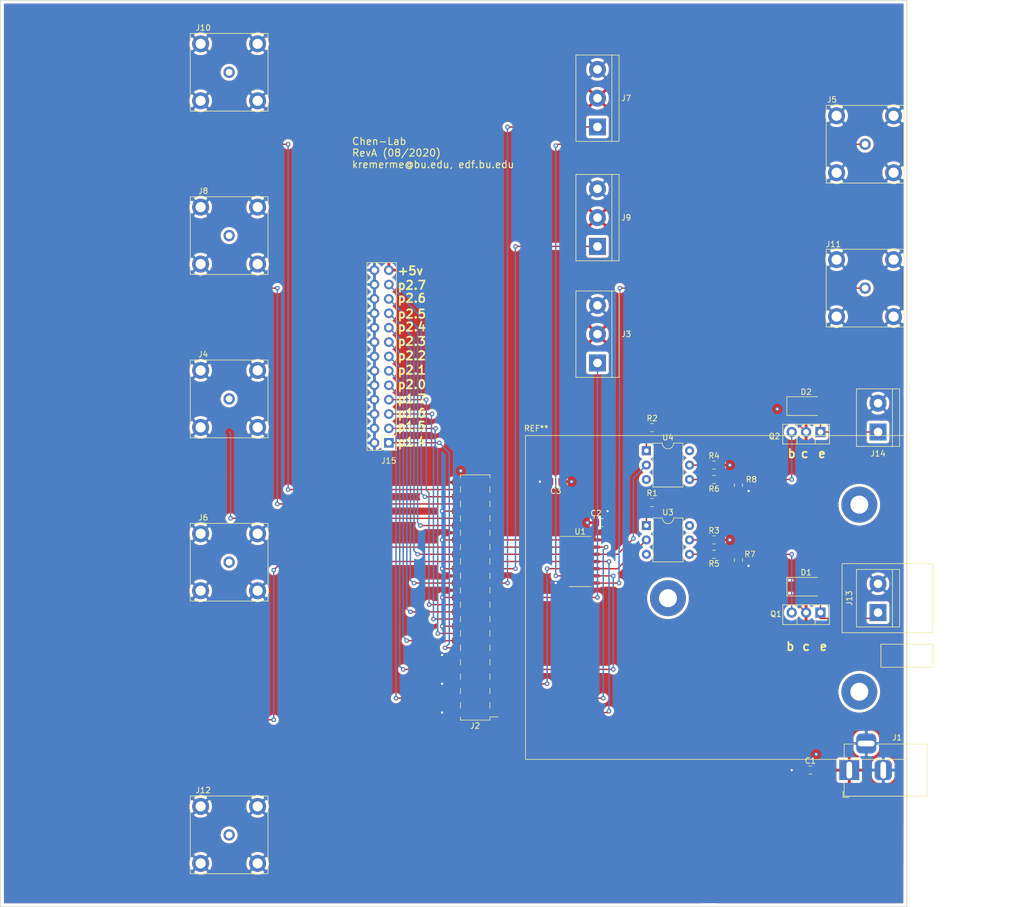
<source format=kicad_pcb>
(kicad_pcb (version 20171130) (host pcbnew 5.1.5+dfsg1-2build2)
  (layers (0 F.Cu signal) (31 B.Cu signal) (34 B.Paste user) (35 F.Paste user) (36 B.SilkS user) (37 F.SilkS user) (38 B.Mask user) (39 F.Mask user) (44 Edge.Cuts user))
  (net 0 "")
  (net 1 +24V)
  (net 2 GND)
  (net 3 /P1.0)
  (net 4 /P1.1)
  (net 5 /P2.0)
  (net 6 /P1.2)
  (net 7 /P1.3)
  (net 8 /P2.1)
  (net 9 /P1.4)
  (net 10 /P1.5)
  (net 11 /P2.2)
  (net 12 /P1.6)
  (net 13 /P1.7)
  (net 14 /P2.3)
  (net 15 /P0.0)
  (net 16 /P0.1)
  (net 17 /P2.4)
  (net 18 /P0.2)
  (net 19 /P0.3)
  (net 20 /P2.5)
  (net 21 /P0.4)
  (net 22 /P0.5)
  (net 23 /P2.6)
  (net 24 /P0.6)
  (net 25 /P0.7)
  (net 26 /P2.7)
  (net 27 +5V)
  (net 28 "Net-(J5-Pad1)")
  (net 29 "Net-(J6-Pad1)")
  (net 30 "Net-(J11-Pad1)")
  (net 31 "Net-(J12-Pad1)")
  (net 32 "Net-(Q1-Pad3)")
  (net 33 "Net-(Q2-Pad3)")
  (net 34 "Net-(R1-Pad1)")
  (net 35 "Net-(R2-Pad1)")
  (net 36 "Net-(R3-Pad1)")
  (net 37 "Net-(R4-Pad1)")
  (net 38 "Net-(R5-Pad2)")
  (net 39 "Net-(R6-Pad2)")
  (net 40 "Net-(U1-Pad10)")
  (net 41 "Net-(U1-Pad12)")
  (net 42 "Net-(U3-Pad3)")
  (net 43 "Net-(U3-Pad6)")
  (net 44 "Net-(U4-Pad6)")
  (net 45 "Net-(U4-Pad3)")
  (net 46 "Net-(D1-Pad2)")
  (net 47 "Net-(D2-Pad2)")
  (module chen-lab:usb-6501-oem (layer F.Cu) (at 203.2 76.835 180)
    (fp_text reference REF** (at 65.405 1.27) (layer F.SilkS))
    (fp_text value usb-6501-oem)
    (pad 1 thru_hole circle (at 8.382 -12.192 180) (size 6.35 6.35) (drill 3.175) (layers *.Cu *.Mask))
    (pad 2 thru_hole circle (at 8.382 -45.212 180) (size 6.35 6.35) (drill 3.175) (layers *.Cu *.Mask))
    (pad 3 thru_hole circle (at 42.164 -28.702 180) (size 6.35 6.35) (drill 3.175) (layers *.Cu *.Mask))
  )
  (module Connector_BarrelJack:BarrelJack_Horizontal (layer F.Cu) (at 193.04 135.89 180)
    (fp_text reference J1 (at -8.45 5.75) (layer F.SilkS))
    (fp_text value Jack-DC)
    (pad 1 thru_hole rect (at 0 0 180) (size 3.5 3.5) (drill oval 1 3) (layers *.Cu *.Mask) (net 1 +24V))
    (pad 2 thru_hole roundrect (at -6 0 180) (size 3 3.5) (drill oval 1 3) (layers *.Cu *.Mask) (net 2 GND))
    (pad 3 thru_hole roundrect (at -3 4.7 180) (size 3.5 3.5) (drill oval 3 1) (layers *.Cu *.Mask) (net 2 GND))
  )
  (module Connector_PinHeader_2.54mm:PinHeader_2x17_P2.54mm_Vertical_SMD (layer F.Cu) (at 127 105.41 180)
    (fp_text reference J2 (at 0 -22.65) (layer F.SilkS))
    (fp_text value Conn_02x17_Ribbon)
    (pad 1 smd rect (at -2.525 -20.32 180) (size 3.15 1) (layers F.Cu F.Paste F.Mask) (net 3 /P1.0))
    (pad 2 smd rect (at 2.525 -20.32 180) (size 3.15 1) (layers F.Cu F.Paste F.Mask) (net 2 GND))
    (pad 3 smd rect (at -2.525 -17.78 180) (size 3.15 1) (layers F.Cu F.Paste F.Mask) (net 4 /P1.1))
    (pad 4 smd rect (at 2.525 -17.78 180) (size 3.15 1) (layers F.Cu F.Paste F.Mask) (net 5 /P2.0))
    (pad 5 smd rect (at -2.525 -15.24 180) (size 3.15 1) (layers F.Cu F.Paste F.Mask) (net 6 /P1.2))
    (pad 6 smd rect (at 2.525 -15.24 180) (size 3.15 1) (layers F.Cu F.Paste F.Mask) (net 2 GND))
    (pad 7 smd rect (at -2.525 -12.7 180) (size 3.15 1) (layers F.Cu F.Paste F.Mask) (net 7 /P1.3))
    (pad 8 smd rect (at 2.525 -12.7 180) (size 3.15 1) (layers F.Cu F.Paste F.Mask) (net 8 /P2.1))
    (pad 9 smd rect (at -2.525 -10.16 180) (size 3.15 1) (layers F.Cu F.Paste F.Mask) (net 9 /P1.4))
    (pad 10 smd rect (at 2.525 -10.16 180) (size 3.15 1) (layers F.Cu F.Paste F.Mask) (net 2 GND))
    (pad 11 smd rect (at -2.525 -7.62 180) (size 3.15 1) (layers F.Cu F.Paste F.Mask) (net 10 /P1.5))
    (pad 12 smd rect (at 2.525 -7.62 180) (size 3.15 1) (layers F.Cu F.Paste F.Mask) (net 11 /P2.2))
    (pad 13 smd rect (at -2.525 -5.08 180) (size 3.15 1) (layers F.Cu F.Paste F.Mask) (net 12 /P1.6))
    (pad 14 smd rect (at 2.525 -5.08 180) (size 3.15 1) (layers F.Cu F.Paste F.Mask) (net 2 GND))
    (pad 15 smd rect (at -2.525 -2.54 180) (size 3.15 1) (layers F.Cu F.Paste F.Mask) (net 13 /P1.7))
    (pad 16 smd rect (at 2.525 -2.54 180) (size 3.15 1) (layers F.Cu F.Paste F.Mask) (net 14 /P2.3))
    (pad 17 smd rect (at -2.525 0 180) (size 3.15 1) (layers F.Cu F.Paste F.Mask) (net 15 /P0.0))
    (pad 18 smd rect (at 2.525 0 180) (size 3.15 1) (layers F.Cu F.Paste F.Mask) (net 2 GND))
    (pad 19 smd rect (at -2.525 2.54 180) (size 3.15 1) (layers F.Cu F.Paste F.Mask) (net 16 /P0.1))
    (pad 20 smd rect (at 2.525 2.54 180) (size 3.15 1) (layers F.Cu F.Paste F.Mask) (net 17 /P2.4))
    (pad 21 smd rect (at -2.525 5.08 180) (size 3.15 1) (layers F.Cu F.Paste F.Mask) (net 18 /P0.2))
    (pad 22 smd rect (at 2.525 5.08 180) (size 3.15 1) (layers F.Cu F.Paste F.Mask) (net 2 GND))
    (pad 23 smd rect (at -2.525 7.62 180) (size 3.15 1) (layers F.Cu F.Paste F.Mask) (net 19 /P0.3))
    (pad 24 smd rect (at 2.525 7.62 180) (size 3.15 1) (layers F.Cu F.Paste F.Mask) (net 20 /P2.5))
    (pad 25 smd rect (at -2.525 10.16 180) (size 3.15 1) (layers F.Cu F.Paste F.Mask) (net 21 /P0.4))
    (pad 26 smd rect (at 2.525 10.16 180) (size 3.15 1) (layers F.Cu F.Paste F.Mask) (net 2 GND))
    (pad 27 smd rect (at -2.525 12.7 180) (size 3.15 1) (layers F.Cu F.Paste F.Mask) (net 22 /P0.5))
    (pad 28 smd rect (at 2.525 12.7 180) (size 3.15 1) (layers F.Cu F.Paste F.Mask) (net 23 /P2.6))
    (pad 29 smd rect (at -2.525 15.24 180) (size 3.15 1) (layers F.Cu F.Paste F.Mask) (net 24 /P0.6))
    (pad 30 smd rect (at 2.525 15.24 180) (size 3.15 1) (layers F.Cu F.Paste F.Mask) (net 2 GND))
    (pad 31 smd rect (at -2.525 17.78 180) (size 3.15 1) (layers F.Cu F.Paste F.Mask) (net 25 /P0.7))
    (pad 32 smd rect (at 2.525 17.78 180) (size 3.15 1) (layers F.Cu F.Paste F.Mask) (net 26 /P2.7))
    (pad 33 smd rect (at -2.525 20.32 180) (size 3.15 1) (layers F.Cu F.Paste F.Mask) (net 27 +5V))
    (pad 34 smd rect (at 2.525 20.32 180) (size 3.15 1) (layers F.Cu F.Paste F.Mask) (net 27 +5V))
  )
  (module Package_TO_SOT_THT:TO-126-3_Vertical (layer F.Cu) (at 187.96 108.077 180)
    (fp_text reference Q1 (at 7.874 -0.254) (layer F.SilkS))
    (fp_text value BD139)
    (pad 1 thru_hole rect (at 0 0 180) (size 1.8 1.8) (drill 1) (layers *.Cu *.Mask) (net 46 "Net-(D1-Pad2)"))
    (pad 2 thru_hole oval (at 2.54 0 180) (size 1.8 1.8) (drill 1) (layers *.Cu *.Mask) (net 1 +24V))
    (pad 3 thru_hole oval (at 5.08 0 180) (size 1.8 1.8) (drill 1) (layers *.Cu *.Mask) (net 32 "Net-(Q1-Pad3)"))
  )
  (module Package_TO_SOT_THT:TO-126-3_Vertical (layer F.Cu) (at 187.96 76.2 180)
    (fp_text reference Q2 (at 8.128 -0.762) (layer F.SilkS))
    (fp_text value BD139)
    (pad 3 thru_hole oval (at 5.08 0 180) (size 1.8 1.8) (drill 1) (layers *.Cu *.Mask) (net 33 "Net-(Q2-Pad3)"))
    (pad 2 thru_hole oval (at 2.54 0 180) (size 1.8 1.8) (drill 1) (layers *.Cu *.Mask) (net 1 +24V))
    (pad 1 thru_hole rect (at 0 0 180) (size 1.8 1.8) (drill 1) (layers *.Cu *.Mask) (net 47 "Net-(D2-Pad2)"))
  )
  (module Resistor_SMD:R_0805_2012Metric_Pad1.15x1.40mm_HandSolder (layer F.Cu) (at 158.242 88.646)
    (fp_text reference R1 (at 0 -1.65) (layer F.SilkS))
    (fp_text value 620)
    (pad 1 smd roundrect (at -1.025 0) (size 1.15 1.4) (layers F.Cu F.Paste F.Mask) (roundrect_rratio 0.217391) (net 34 "Net-(R1-Pad1)"))
    (pad 2 smd roundrect (at 1.025 0) (size 1.15 1.4) (layers F.Cu F.Paste F.Mask) (roundrect_rratio 0.217391) (net 27 +5V))
  )
  (module Resistor_SMD:R_0805_2012Metric_Pad1.15x1.40mm_HandSolder (layer F.Cu) (at 158.242 75.438)
    (fp_text reference R2 (at 0 -1.65) (layer F.SilkS))
    (fp_text value 620)
    (pad 1 smd roundrect (at -1.025 0) (size 1.15 1.4) (layers F.Cu F.Paste F.Mask) (roundrect_rratio 0.217391) (net 35 "Net-(R2-Pad1)"))
    (pad 2 smd roundrect (at 1.025 0) (size 1.15 1.4) (layers F.Cu F.Paste F.Mask) (roundrect_rratio 0.217391) (net 27 +5V))
  )
  (module Resistor_SMD:R_0805_2012Metric_Pad1.15x1.40mm_HandSolder (layer F.Cu) (at 169.173 95.25)
    (fp_text reference R3 (at 0 -1.65) (layer F.SilkS))
    (fp_text value 620)
    (pad 2 smd roundrect (at 1.025 0) (size 1.15 1.4) (layers F.Cu F.Paste F.Mask) (roundrect_rratio 0.217391) (net 1 +24V))
    (pad 1 smd roundrect (at -1.025 0) (size 1.15 1.4) (layers F.Cu F.Paste F.Mask) (roundrect_rratio 0.217391) (net 36 "Net-(R3-Pad1)"))
  )
  (module Resistor_SMD:R_0805_2012Metric_Pad1.15x1.40mm_HandSolder (layer F.Cu) (at 169.173 82.042)
    (fp_text reference R4 (at 0 -1.65) (layer F.SilkS))
    (fp_text value 620)
    (pad 1 smd roundrect (at -1.025 0) (size 1.15 1.4) (layers F.Cu F.Paste F.Mask) (roundrect_rratio 0.217391) (net 37 "Net-(R4-Pad1)"))
    (pad 2 smd roundrect (at 1.025 0) (size 1.15 1.4) (layers F.Cu F.Paste F.Mask) (roundrect_rratio 0.217391) (net 1 +24V))
  )
  (module Resistor_SMD:R_0805_2012Metric_Pad1.15x1.40mm_HandSolder (layer F.Cu) (at 169.173 97.79 180)
    (fp_text reference R5 (at 0 -1.65) (layer F.SilkS))
    (fp_text value 390)
    (pad 2 smd roundrect (at 1.025 0 180) (size 1.15 1.4) (layers F.Cu F.Paste F.Mask) (roundrect_rratio 0.217391) (net 38 "Net-(R5-Pad2)"))
    (pad 1 smd roundrect (at -1.025 0 180) (size 1.15 1.4) (layers F.Cu F.Paste F.Mask) (roundrect_rratio 0.217391) (net 32 "Net-(Q1-Pad3)"))
  )
  (module Resistor_SMD:R_0805_2012Metric_Pad1.15x1.40mm_HandSolder (layer F.Cu) (at 169.173 84.582 180)
    (fp_text reference R6 (at 0 -1.65) (layer F.SilkS))
    (fp_text value 390)
    (pad 2 smd roundrect (at 1.025 0 180) (size 1.15 1.4) (layers F.Cu F.Paste F.Mask) (roundrect_rratio 0.217391) (net 39 "Net-(R6-Pad2)"))
    (pad 1 smd roundrect (at -1.025 0 180) (size 1.15 1.4) (layers F.Cu F.Paste F.Mask) (roundrect_rratio 0.217391) (net 33 "Net-(Q2-Pad3)"))
  )
  (module Resistor_SMD:R_0805_2012Metric_Pad1.15x1.40mm_HandSolder (layer F.Cu) (at 173.482 98.815 270)
    (fp_text reference R7 (at -1.025 -2.032 180) (layer F.SilkS))
    (fp_text value 20k)
    (pad 2 smd roundrect (at 1.025 0 270) (size 1.15 1.4) (layers F.Cu F.Paste F.Mask) (roundrect_rratio 0.217391) (net 2 GND))
    (pad 1 smd roundrect (at -1.025 0 270) (size 1.15 1.4) (layers F.Cu F.Paste F.Mask) (roundrect_rratio 0.217391) (net 32 "Net-(Q1-Pad3)"))
  )
  (module Resistor_SMD:R_0805_2012Metric_Pad1.15x1.40mm_HandSolder (layer F.Cu) (at 173.482 85.607 90)
    (fp_text reference R8 (at 1.025 2.286 180) (layer F.SilkS))
    (fp_text value 20k)
    (pad 1 smd roundrect (at -1.025 0 90) (size 1.15 1.4) (layers F.Cu F.Paste F.Mask) (roundrect_rratio 0.217391) (net 2 GND))
    (pad 2 smd roundrect (at 1.025 0 90) (size 1.15 1.4) (layers F.Cu F.Paste F.Mask) (roundrect_rratio 0.217391) (net 33 "Net-(Q2-Pad3)"))
  )
  (module Package_SO:SOIC-14_3.9x8.7mm_P1.27mm (layer F.Cu) (at 145.542 99.06)
    (fp_text reference U1 (at 0 -5.28) (layer F.SilkS))
    (fp_text value 74LS06)
    (pad 1 smd roundrect (at -2.475 -3.81) (size 1.95 0.6) (layers F.Cu F.Paste F.Mask) (net 21 /P0.4))
    (pad 2 smd roundrect (at -2.475 -2.54) (size 1.95 0.6) (layers F.Cu F.Paste F.Mask) (net 29 "Net-(J6-Pad1)"))
    (pad 3 smd roundrect (at -2.475 -1.27) (size 1.95 0.6) (layers F.Cu F.Paste F.Mask) (net 19 /P0.3))
    (pad 4 smd roundrect (at -2.475 0) (size 1.95 0.6) (layers F.Cu F.Paste F.Mask) (net 31 "Net-(J12-Pad1)"))
    (pad 5 smd roundrect (at -2.475 1.27) (size 1.95 0.6) (layers F.Cu F.Paste F.Mask) (net 6 /P1.2))
    (pad 6 smd roundrect (at -2.475 2.54) (size 1.95 0.6) (layers F.Cu F.Paste F.Mask) (net 28 "Net-(J5-Pad1)"))
    (pad 7 smd roundrect (at -2.475 3.81) (size 1.95 0.6) (layers F.Cu F.Paste F.Mask) (net 2 GND))
    (pad 8 smd roundrect (at 2.475 3.81) (size 1.95 0.6) (layers F.Cu F.Paste F.Mask) (net 30 "Net-(J11-Pad1)"))
    (pad 9 smd roundrect (at 2.475 2.54) (size 1.95 0.6) (layers F.Cu F.Paste F.Mask) (net 7 /P1.3))
    (pad 10 smd roundrect (at 2.475 1.27) (size 1.95 0.6) (layers F.Cu F.Paste F.Mask) (net 40 "Net-(U1-Pad10)"))
    (pad 11 smd roundrect (at 2.475 0) (size 1.95 0.6) (layers F.Cu F.Paste F.Mask) (net 3 /P1.0))
    (pad 12 smd roundrect (at 2.475 -1.27) (size 1.95 0.6) (layers F.Cu F.Paste F.Mask) (net 41 "Net-(U1-Pad12)"))
    (pad 13 smd roundrect (at 2.475 -2.54) (size 1.95 0.6) (layers F.Cu F.Paste F.Mask) (net 4 /P1.1))
    (pad 14 smd roundrect (at 2.475 -3.81) (size 1.95 0.6) (layers F.Cu F.Paste F.Mask) (net 27 +5V))
  )
  (module Package_DIP:DIP-6_W7.62mm (layer F.Cu) (at 157.226 92.71)
    (fp_text reference U3 (at 3.81 -2.33) (layer F.SilkS))
    (fp_text value ERJ-UP8F6200V)
    (pad 6 thru_hole oval (at 7.62 0) (size 1.6 1.6) (drill 0.8) (layers *.Cu *.Mask) (net 43 "Net-(U3-Pad6)"))
    (pad 3 thru_hole oval (at 0 5.08) (size 1.6 1.6) (drill 0.8) (layers *.Cu *.Mask) (net 42 "Net-(U3-Pad3)"))
    (pad 5 thru_hole oval (at 7.62 2.54) (size 1.6 1.6) (drill 0.8) (layers *.Cu *.Mask) (net 36 "Net-(R3-Pad1)"))
    (pad 2 thru_hole oval (at 0 2.54) (size 1.6 1.6) (drill 0.8) (layers *.Cu *.Mask) (net 40 "Net-(U1-Pad10)"))
    (pad 4 thru_hole oval (at 7.62 5.08) (size 1.6 1.6) (drill 0.8) (layers *.Cu *.Mask) (net 38 "Net-(R5-Pad2)"))
    (pad 1 thru_hole rect (at 0 0) (size 1.6 1.6) (drill 0.8) (layers *.Cu *.Mask) (net 34 "Net-(R1-Pad1)"))
  )
  (module Package_DIP:DIP-6_W7.62mm (layer F.Cu) (at 157.226 79.502)
    (fp_text reference U4 (at 3.81 -2.33) (layer F.SilkS))
    (fp_text value ERJ-UP8F6200V)
    (pad 6 thru_hole oval (at 7.62 0) (size 1.6 1.6) (drill 0.8) (layers *.Cu *.Mask) (net 44 "Net-(U4-Pad6)"))
    (pad 3 thru_hole oval (at 0 5.08) (size 1.6 1.6) (drill 0.8) (layers *.Cu *.Mask) (net 45 "Net-(U4-Pad3)"))
    (pad 5 thru_hole oval (at 7.62 2.54) (size 1.6 1.6) (drill 0.8) (layers *.Cu *.Mask) (net 37 "Net-(R4-Pad1)"))
    (pad 2 thru_hole oval (at 0 2.54) (size 1.6 1.6) (drill 0.8) (layers *.Cu *.Mask) (net 41 "Net-(U1-Pad12)"))
    (pad 4 thru_hole oval (at 7.62 5.08) (size 1.6 1.6) (drill 0.8) (layers *.Cu *.Mask) (net 39 "Net-(R6-Pad2)"))
    (pad 1 thru_hole rect (at 0 0) (size 1.6 1.6) (drill 0.8) (layers *.Cu *.Mask) (net 35 "Net-(R2-Pad1)"))
  )
  (module Diode_SMD:D_SMA (layer F.Cu) (at 185.42 103.505)
    (fp_text reference D1 (at 0 -2.5) (layer F.SilkS))
    (fp_text value D_Small)
    (pad 2 smd rect (at 2 0) (size 2.5 1.8) (layers F.Cu F.Paste F.Mask) (net 46 "Net-(D1-Pad2)"))
    (pad 1 smd rect (at -2 0) (size 2.5 1.8) (layers F.Cu F.Paste F.Mask) (net 1 +24V))
  )
  (module Diode_SMD:D_SMA (layer F.Cu) (at 185.42 71.628)
    (fp_text reference D2 (at 0 -2.5) (layer F.SilkS))
    (fp_text value D_Small)
    (pad 1 smd rect (at -2 0) (size 2.5 1.8) (layers F.Cu F.Paste F.Mask) (net 1 +24V))
    (pad 2 smd rect (at 2 0) (size 2.5 1.8) (layers F.Cu F.Paste F.Mask) (net 47 "Net-(D2-Pad2)"))
  )
  (module Capacitor_SMD:C_0805_2012Metric_Pad1.15x1.40mm_HandSolder (layer F.Cu) (at 186.173 135.89)
    (fp_text reference C1 (at 0 -1.65) (layer F.SilkS))
    (fp_text value 1uF)
    (pad 2 smd roundrect (at 1.025 0) (size 1.15 1.4) (layers F.Cu F.Paste F.Mask) (roundrect_rratio 0.217391) (net 1 +24V))
    (pad 1 smd roundrect (at -1.025 0) (size 1.15 1.4) (layers F.Cu F.Paste F.Mask) (roundrect_rratio 0.217391) (net 2 GND))
  )
  (module Capacitor_SMD:C_0805_2012Metric_Pad1.15x1.40mm_HandSolder (layer F.Cu) (at 149.352 92.202)
    (fp_text reference C2 (at -1.016 -1.65) (layer F.SilkS))
    (fp_text value 0.1uF)
    (pad 1 smd roundrect (at -1.025 0) (size 1.15 1.4) (layers F.Cu F.Paste F.Mask) (roundrect_rratio 0.217391) (net 27 +5V))
    (pad 2 smd roundrect (at 1.025 0) (size 1.15 1.4) (layers F.Cu F.Paste F.Mask) (roundrect_rratio 0.217391) (net 2 GND))
  )
  (module Capacitor_SMD:C_0805_2012Metric_Pad1.15x1.40mm_HandSolder (layer F.Cu) (at 141.233 84.963 180)
    (fp_text reference C3 (at 0 -1.65) (layer F.SilkS))
    (fp_text value 1uF)
    (pad 1 smd roundrect (at -1.025 0 180) (size 1.15 1.4) (layers F.Cu F.Paste F.Mask) (roundrect_rratio 0.217391) (net 27 +5V))
    (pad 2 smd roundrect (at 1.025 0 180) (size 1.15 1.4) (layers F.Cu F.Paste F.Mask) (roundrect_rratio 0.217391) (net 2 GND))
  )
  (module TerminalBlock:TerminalBlock_bornier-3_P5.08mm (layer F.Cu) (at 148.59 64.008 90)
    (fp_text reference J3 (at 5.08 5.08 180) (layer F.SilkS))
    (fp_text value TB002-500-03BE)
    (pad 1 thru_hole rect (at 0 0 90) (size 3 3) (drill 1.52) (layers *.Cu *.Mask) (net 15 /P0.0))
    (pad 2 thru_hole circle (at 5.08 0 90) (size 3 3) (drill 1.52) (layers *.Cu *.Mask) (net 27 +5V))
    (pad 3 thru_hole circle (at 10.16 0 90) (size 3 3) (drill 1.52) (layers *.Cu *.Mask) (net 2 GND))
  )
  (module chen-lab:BNC-Chen (layer F.Cu) (at 83.566 70.358)
    (fp_text reference J4 (at -4.572 -7.874) (layer F.SilkS))
    (fp_text value 73131-0240)
    (pad 2 thru_hole circle (at -5.03 -5.03) (size 3 3) (drill 1.8) (layers *.Cu *.Mask) (net 2 GND))
    (pad 2 thru_hole circle (at -5.03 5.03) (size 3 3) (drill 1.8) (layers *.Cu *.Mask) (net 2 GND))
    (pad 2 thru_hole circle (at 5.03 -5.03) (size 3 3) (drill 1.8) (layers *.Cu *.Mask) (net 2 GND))
    (pad 2 thru_hole circle (at 5.03 5.03) (size 3 3) (drill 1.8) (layers *.Cu *.Mask) (net 2 GND))
    (pad 1 thru_hole circle (at 0 0) (size 2 2) (drill 1.2) (layers *.Cu *.Mask) (net 22 /P0.5))
  )
  (module chen-lab:BNC-Chen (layer F.Cu) (at 195.834 25.4 180)
    (fp_text reference J5 (at 5.842 7.874) (layer F.SilkS))
    (fp_text value 73131-0240)
    (pad 2 thru_hole circle (at -5.03 -5.03 180) (size 3 3) (drill 1.8) (layers *.Cu *.Mask) (net 2 GND))
    (pad 2 thru_hole circle (at -5.03 5.03 180) (size 3 3) (drill 1.8) (layers *.Cu *.Mask) (net 2 GND))
    (pad 2 thru_hole circle (at 5.03 -5.03 180) (size 3 3) (drill 1.8) (layers *.Cu *.Mask) (net 2 GND))
    (pad 2 thru_hole circle (at 5.03 5.03 180) (size 3 3) (drill 1.8) (layers *.Cu *.Mask) (net 2 GND))
    (pad 1 thru_hole circle (at 0 0 180) (size 2 2) (drill 1.2) (layers *.Cu *.Mask) (net 28 "Net-(J5-Pad1)"))
  )
  (module chen-lab:BNC-Chen (layer F.Cu) (at 83.566 99.187)
    (fp_text reference J6 (at -4.572 -7.874) (layer F.SilkS))
    (fp_text value 73131-0240)
    (pad 2 thru_hole circle (at -5.03 -5.03) (size 3 3) (drill 1.8) (layers *.Cu *.Mask) (net 2 GND))
    (pad 2 thru_hole circle (at -5.03 5.03) (size 3 3) (drill 1.8) (layers *.Cu *.Mask) (net 2 GND))
    (pad 2 thru_hole circle (at 5.03 -5.03) (size 3 3) (drill 1.8) (layers *.Cu *.Mask) (net 2 GND))
    (pad 2 thru_hole circle (at 5.03 5.03) (size 3 3) (drill 1.8) (layers *.Cu *.Mask) (net 2 GND))
    (pad 1 thru_hole circle (at 0 0) (size 2 2) (drill 1.2) (layers *.Cu *.Mask) (net 29 "Net-(J6-Pad1)"))
  )
  (module TerminalBlock:TerminalBlock_bornier-3_P5.08mm (layer F.Cu) (at 148.59 22.352 90)
    (fp_text reference J7 (at 5.08 5.08 180) (layer F.SilkS))
    (fp_text value TB002-500-03BE)
    (pad 3 thru_hole circle (at 10.16 0 90) (size 3 3) (drill 1.52) (layers *.Cu *.Mask) (net 2 GND))
    (pad 2 thru_hole circle (at 5.08 0 90) (size 3 3) (drill 1.52) (layers *.Cu *.Mask) (net 27 +5V))
    (pad 1 thru_hole rect (at 0 0 90) (size 3 3) (drill 1.52) (layers *.Cu *.Mask) (net 16 /P0.1))
  )
  (module chen-lab:BNC-Chen (layer F.Cu) (at 83.566 41.529)
    (fp_text reference J8 (at -4.572 -7.874) (layer F.SilkS))
    (fp_text value 73131-0240)
    (pad 1 thru_hole circle (at 0 0) (size 2 2) (drill 1.2) (layers *.Cu *.Mask) (net 24 /P0.6))
    (pad 2 thru_hole circle (at 5.03 5.03) (size 3 3) (drill 1.8) (layers *.Cu *.Mask) (net 2 GND))
    (pad 2 thru_hole circle (at 5.03 -5.03) (size 3 3) (drill 1.8) (layers *.Cu *.Mask) (net 2 GND))
    (pad 2 thru_hole circle (at -5.03 5.03) (size 3 3) (drill 1.8) (layers *.Cu *.Mask) (net 2 GND))
    (pad 2 thru_hole circle (at -5.03 -5.03) (size 3 3) (drill 1.8) (layers *.Cu *.Mask) (net 2 GND))
  )
  (module TerminalBlock:TerminalBlock_bornier-3_P5.08mm (layer F.Cu) (at 148.59 43.434 90)
    (fp_text reference J9 (at 5.08 5.08 180) (layer F.SilkS))
    (fp_text value TB002-500-03BE)
    (pad 1 thru_hole rect (at 0 0 90) (size 3 3) (drill 1.52) (layers *.Cu *.Mask) (net 18 /P0.2))
    (pad 2 thru_hole circle (at 5.08 0 90) (size 3 3) (drill 1.52) (layers *.Cu *.Mask) (net 27 +5V))
    (pad 3 thru_hole circle (at 10.16 0 90) (size 3 3) (drill 1.52) (layers *.Cu *.Mask) (net 2 GND))
  )
  (module chen-lab:BNC-Chen (layer F.Cu) (at 83.566 12.7)
    (fp_text reference J10 (at -4.572 -7.874) (layer F.SilkS))
    (fp_text value 73131-0240)
    (pad 1 thru_hole circle (at 0 0) (size 2 2) (drill 1.2) (layers *.Cu *.Mask) (net 25 /P0.7))
    (pad 2 thru_hole circle (at 5.03 5.03) (size 3 3) (drill 1.8) (layers *.Cu *.Mask) (net 2 GND))
    (pad 2 thru_hole circle (at 5.03 -5.03) (size 3 3) (drill 1.8) (layers *.Cu *.Mask) (net 2 GND))
    (pad 2 thru_hole circle (at -5.03 5.03) (size 3 3) (drill 1.8) (layers *.Cu *.Mask) (net 2 GND))
    (pad 2 thru_hole circle (at -5.03 -5.03) (size 3 3) (drill 1.8) (layers *.Cu *.Mask) (net 2 GND))
  )
  (module chen-lab:BNC-Chen (layer F.Cu) (at 195.834 50.8 180)
    (fp_text reference J11 (at 5.588 7.747) (layer F.SilkS))
    (fp_text value 73131-0240)
    (pad 1 thru_hole circle (at 0 0 180) (size 2 2) (drill 1.2) (layers *.Cu *.Mask) (net 30 "Net-(J11-Pad1)"))
    (pad 2 thru_hole circle (at 5.03 5.03 180) (size 3 3) (drill 1.8) (layers *.Cu *.Mask) (net 2 GND))
    (pad 2 thru_hole circle (at 5.03 -5.03 180) (size 3 3) (drill 1.8) (layers *.Cu *.Mask) (net 2 GND))
    (pad 2 thru_hole circle (at -5.03 5.03 180) (size 3 3) (drill 1.8) (layers *.Cu *.Mask) (net 2 GND))
    (pad 2 thru_hole circle (at -5.03 -5.03 180) (size 3 3) (drill 1.8) (layers *.Cu *.Mask) (net 2 GND))
  )
  (module chen-lab:BNC-Chen (layer F.Cu) (at 83.566 147.32)
    (fp_text reference J12 (at -4.572 -7.874) (layer F.SilkS))
    (fp_text value 73131-0240)
    (pad 1 thru_hole circle (at 0 0) (size 2 2) (drill 1.2) (layers *.Cu *.Mask) (net 31 "Net-(J12-Pad1)"))
    (pad 2 thru_hole circle (at 5.03 5.03) (size 3 3) (drill 1.8) (layers *.Cu *.Mask) (net 2 GND))
    (pad 2 thru_hole circle (at 5.03 -5.03) (size 3 3) (drill 1.8) (layers *.Cu *.Mask) (net 2 GND))
    (pad 2 thru_hole circle (at -5.03 5.03) (size 3 3) (drill 1.8) (layers *.Cu *.Mask) (net 2 GND))
    (pad 2 thru_hole circle (at -5.03 -5.03) (size 3 3) (drill 1.8) (layers *.Cu *.Mask) (net 2 GND))
  )
  (module TerminalBlock:TerminalBlock_bornier-2_P5.08mm (layer F.Cu) (at 198.12 108.077 90)
    (fp_text reference J13 (at 2.54 -5.08 90) (layer F.SilkS))
    (fp_text value Conn_01x02)
    (pad 2 thru_hole circle (at 5.08 0 90) (size 3 3) (drill 1.52) (layers *.Cu *.Mask) (net 2 GND))
    (pad 1 thru_hole rect (at 0 0 90) (size 3 3) (drill 1.52) (layers *.Cu *.Mask) (net 46 "Net-(D1-Pad2)"))
  )
  (module TerminalBlock:TerminalBlock_bornier-2_P5.08mm (layer F.Cu) (at 198.12 76.2 90)
    (fp_text reference J14 (at -3.81 0 180) (layer F.SilkS))
    (fp_text value Conn_01x02)
    (pad 1 thru_hole rect (at 0 0 90) (size 3 3) (drill 1.52) (layers *.Cu *.Mask) (net 47 "Net-(D2-Pad2)"))
    (pad 2 thru_hole circle (at 5.08 0 90) (size 3 3) (drill 1.52) (layers *.Cu *.Mask) (net 2 GND))
  )
  (module Connector_PinHeader_2.54mm:PinHeader_2x13_P2.54mm_Vertical (layer F.Cu) (at 111.76 78.105 180)
    (fp_text reference J15 (at 0 -3.175) (layer F.SilkS))
    (fp_text value Conn_02x13_test_points)
    (pad 1 thru_hole rect (at 0 0 180) (size 1.7 1.7) (drill 1) (layers *.Cu *.Mask) (net 9 /P1.4))
    (pad 2 thru_hole oval (at 2.54 0 180) (size 1.7 1.7) (drill 1) (layers *.Cu *.Mask) (net 2 GND))
    (pad 3 thru_hole oval (at 0 2.54 180) (size 1.7 1.7) (drill 1) (layers *.Cu *.Mask) (net 10 /P1.5))
    (pad 4 thru_hole oval (at 2.54 2.54 180) (size 1.7 1.7) (drill 1) (layers *.Cu *.Mask) (net 2 GND))
    (pad 5 thru_hole oval (at 0 5.08 180) (size 1.7 1.7) (drill 1) (layers *.Cu *.Mask) (net 12 /P1.6))
    (pad 6 thru_hole oval (at 2.54 5.08 180) (size 1.7 1.7) (drill 1) (layers *.Cu *.Mask) (net 2 GND))
    (pad 7 thru_hole oval (at 0 7.62 180) (size 1.7 1.7) (drill 1) (layers *.Cu *.Mask) (net 13 /P1.7))
    (pad 8 thru_hole oval (at 2.54 7.62 180) (size 1.7 1.7) (drill 1) (layers *.Cu *.Mask) (net 2 GND))
    (pad 9 thru_hole oval (at 0 10.16 180) (size 1.7 1.7) (drill 1) (layers *.Cu *.Mask) (net 5 /P2.0))
    (pad 10 thru_hole oval (at 2.54 10.16 180) (size 1.7 1.7) (drill 1) (layers *.Cu *.Mask) (net 2 GND))
    (pad 11 thru_hole oval (at 0 12.7 180) (size 1.7 1.7) (drill 1) (layers *.Cu *.Mask) (net 8 /P2.1))
    (pad 12 thru_hole oval (at 2.54 12.7 180) (size 1.7 1.7) (drill 1) (layers *.Cu *.Mask) (net 2 GND))
    (pad 13 thru_hole oval (at 0 15.24 180) (size 1.7 1.7) (drill 1) (layers *.Cu *.Mask) (net 11 /P2.2))
    (pad 14 thru_hole oval (at 2.54 15.24 180) (size 1.7 1.7) (drill 1) (layers *.Cu *.Mask) (net 2 GND))
    (pad 15 thru_hole oval (at 0 17.78 180) (size 1.7 1.7) (drill 1) (layers *.Cu *.Mask) (net 14 /P2.3))
    (pad 16 thru_hole oval (at 2.54 17.78 180) (size 1.7 1.7) (drill 1) (layers *.Cu *.Mask) (net 2 GND))
    (pad 17 thru_hole oval (at 0 20.32 180) (size 1.7 1.7) (drill 1) (layers *.Cu *.Mask) (net 17 /P2.4))
    (pad 18 thru_hole oval (at 2.54 20.32 180) (size 1.7 1.7) (drill 1) (layers *.Cu *.Mask) (net 2 GND))
    (pad 19 thru_hole oval (at 0 22.86 180) (size 1.7 1.7) (drill 1) (layers *.Cu *.Mask) (net 20 /P2.5))
    (pad 20 thru_hole oval (at 2.54 22.86 180) (size 1.7 1.7) (drill 1) (layers *.Cu *.Mask) (net 2 GND))
    (pad 21 thru_hole oval (at 0 25.4 180) (size 1.7 1.7) (drill 1) (layers *.Cu *.Mask) (net 23 /P2.6))
    (pad 22 thru_hole oval (at 2.54 25.4 180) (size 1.7 1.7) (drill 1) (layers *.Cu *.Mask) (net 2 GND))
    (pad 23 thru_hole oval (at 0 27.94 180) (size 1.7 1.7) (drill 1) (layers *.Cu *.Mask) (net 26 /P2.7))
    (pad 24 thru_hole oval (at 2.54 27.94 180) (size 1.7 1.7) (drill 1) (layers *.Cu *.Mask) (net 2 GND))
    (pad 25 thru_hole oval (at 0 30.48 180) (size 1.7 1.7) (drill 1) (layers *.Cu *.Mask) (net 27 +5V))
    (pad 26 thru_hole oval (at 2.54 30.48 180) (size 1.7 1.7) (drill 1) (layers *.Cu *.Mask) (net 2 GND))
  )
  (gr_text p1.7 (at 115.824 70.358) (layer F.SilkS) (effects (font (size 1.5 1.5) (thickness 0.3))))
  (gr_text p1.6 (at 115.824 72.898) (layer F.SilkS) (effects (font (size 1.5 1.5) (thickness 0.3))))
  (gr_text p1.5 (at 115.824 75.184) (layer F.SilkS) (effects (font (size 1.5 1.5) (thickness 0.3))))
  (gr_text p1.4 (at 115.824 77.978) (layer F.SilkS) (effects (font (size 1.5 1.5) (thickness 0.3))))
  (gr_text p2.0 (at 115.824 67.818) (layer F.SilkS) (effects (font (size 1.5 1.5) (thickness 0.3))))
  (gr_text p2.1 (at 115.824 65.278) (layer F.SilkS) (effects (font (size 1.5 1.5) (thickness 0.3))))
  (gr_text p2.2 (at 115.824 62.738) (layer F.SilkS) (effects (font (size 1.5 1.5) (thickness 0.3))))
  (gr_text p2.3 (at 115.824 60.198) (layer F.SilkS) (effects (font (size 1.5 1.5) (thickness 0.3))))
  (gr_text p2.4 (at 115.824 57.658) (layer F.SilkS) (effects (font (size 1.5 1.5) (thickness 0.3))))
  (gr_text p2.5 (at 115.824 55.372) (layer F.SilkS) (effects (font (size 1.5 1.5) (thickness 0.3))))
  (gr_text p2.6 (at 115.824 52.578) (layer F.SilkS) (effects (font (size 1.5 1.5) (thickness 0.3))))
  (gr_text p2.7 (at 115.824 50.292) (layer F.SilkS) (effects (font (size 1.5 1.5) (thickness 0.3))))
  (gr_text +5v (at 115.57 47.752) (layer F.SilkS) (effects (font (size 1.5 1.5) (thickness 0.3))))
  (gr_text c (at 185.166 80.01) (layer F.SilkS) (effects (font (size 1.5 1.5) (thickness 0.3))))
  (gr_text b (at 182.88 80.01) (layer F.SilkS) (effects (font (size 1.5 1.5) (thickness 0.3))))
  (gr_text e (at 188.214 80.01) (layer F.SilkS) (effects (font (size 1.5 1.5) (thickness 0.3))))
  (gr_text b (at 182.626 114.046) (layer F.SilkS) (effects (font (size 1.5 1.5) (thickness 0.3))))
  (gr_text c (at 185.42 114.046) (layer F.SilkS) (effects (font (size 1.5 1.5) (thickness 0.3))))
  (gr_text e (at 188.468 114.046) (layer F.SilkS) (effects (font (size 1.5 1.5) (thickness 0.3))))
  (gr_text "Chen-Lab\nRevA (08/2020)\nkremerme@bu.edu, edf.bu.edu" (at 105.156 26.924) (layer F.SilkS) (effects (font (size 1.27 1.27) (thickness 0.1778)) (justify left)))
  (gr_line (start 43.18 0) (end 43.18 160.02) (layer Edge.Cuts) (width 0.127))
  (gr_line (start 203.2 0) (end 203.2 160.02) (layer Edge.Cuts) (width 0.127))
  (gr_line (start 43.18 0) (end 203.2 0) (layer Edge.Cuts) (width 0.127))
  (gr_line (start 43.18 160.02) (end 203.2 160.02) (layer Edge.Cuts) (width 0.127))
  (segment (start 183.42 74.2) (end 183.42 71.628) (width 0.25) (layer F.Cu) (net 1))
  (segment (start 185.42 76.2) (end 183.42 74.2) (width 0.25) (layer F.Cu) (net 1))
  (via (at 171.958 95.25) (size 0.8) (drill 0.4) (layers F.Cu B.Cu) (net 1))
  (segment (start 170.198 95.25) (end 171.958 95.25) (width 0.25) (layer F.Cu) (net 1))
  (via (at 171.958 82.042) (size 0.8) (drill 0.4) (layers F.Cu B.Cu) (net 1))
  (segment (start 170.198 82.042) (end 171.958 82.042) (width 0.25) (layer F.Cu) (net 1))
  (segment (start 191.04 135.89) (end 187.198 135.89) (width 0.25) (layer F.Cu) (net 1))
  (segment (start 193.04 135.89) (end 191.04 135.89) (width 0.25) (layer F.Cu) (net 1))
  (via (at 187.198 133.096) (size 0.8) (drill 0.4) (layers F.Cu B.Cu) (net 1))
  (segment (start 187.198 135.89) (end 187.198 133.096) (width 0.25) (layer F.Cu) (net 1))
  (via (at 180.34 72.136) (size 0.8) (drill 0.4) (layers F.Cu B.Cu) (net 1))
  (segment (start 180.848 71.628) (end 180.34 72.136) (width 0.25) (layer F.Cu) (net 1))
  (segment (start 183.42 71.628) (end 180.848 71.628) (width 0.25) (layer F.Cu) (net 1))
  (segment (start 183.42 106.077) (end 185.42 108.077) (width 0.25) (layer F.Cu) (net 1))
  (segment (start 183.42 103.505) (end 183.42 106.077) (width 0.25) (layer F.Cu) (net 1))
  (via (at 121.158 95.25) (size 0.8) (drill 0.4) (layers F.Cu B.Cu) (net 2))
  (segment (start 124.475 95.25) (end 121.158 95.25) (width 0.25) (layer F.Cu) (net 2))
  (via (at 121.158 100.33) (size 0.8) (drill 0.4) (layers F.Cu B.Cu) (net 2))
  (segment (start 124.475 100.33) (end 121.158 100.33) (width 0.25) (layer F.Cu) (net 2))
  (via (at 121.158 105.41) (size 0.8) (drill 0.4) (layers F.Cu B.Cu) (net 2))
  (segment (start 124.475 105.41) (end 121.158 105.41) (width 0.25) (layer F.Cu) (net 2))
  (via (at 121.158 110.49) (size 0.8) (drill 0.4) (layers F.Cu B.Cu) (net 2))
  (segment (start 124.475 110.49) (end 121.158 110.49) (width 0.25) (layer F.Cu) (net 2))
  (via (at 121.158 115.57) (size 0.8) (drill 0.4) (layers F.Cu B.Cu) (net 2))
  (segment (start 124.475 115.57) (end 121.158 115.57) (width 0.25) (layer F.Cu) (net 2))
  (via (at 121.158 120.65) (size 0.8) (drill 0.4) (layers F.Cu B.Cu) (net 2))
  (segment (start 124.475 120.65) (end 121.158 120.65) (width 0.25) (layer F.Cu) (net 2))
  (via (at 121.158 125.73) (size 0.8) (drill 0.4) (layers F.Cu B.Cu) (net 2))
  (segment (start 124.475 125.73) (end 121.158 125.73) (width 0.25) (layer F.Cu) (net 2))
  (via (at 141.224 102.87) (size 0.8) (drill 0.4) (layers F.Cu B.Cu) (net 2))
  (segment (start 143.067 102.87) (end 141.224 102.87) (width 0.25) (layer F.Cu) (net 2))
  (via (at 150.368 90.17) (size 0.8) (drill 0.4) (layers F.Cu B.Cu) (net 2))
  (segment (start 150.377 90.179) (end 150.368 90.17) (width 0.25) (layer F.Cu) (net 2))
  (segment (start 150.377 92.202) (end 150.377 90.179) (width 0.25) (layer F.Cu) (net 2))
  (via (at 138.43 84.963) (size 0.8) (drill 0.4) (layers F.Cu B.Cu) (net 2))
  (segment (start 140.208 84.963) (end 138.43 84.963) (width 0.25) (layer F.Cu) (net 2))
  (segment (start 175.242 86.632) (end 175.26 86.614) (width 0.25) (layer F.Cu) (net 2))
  (via (at 175.26 86.614) (size 0.8) (drill 0.4) (layers F.Cu B.Cu) (net 2))
  (segment (start 173.482 86.632) (end 175.242 86.632) (width 0.25) (layer F.Cu) (net 2))
  (via (at 175.26 99.822) (size 0.8) (drill 0.4) (layers F.Cu B.Cu) (net 2))
  (segment (start 175.242 99.84) (end 175.26 99.822) (width 0.25) (layer F.Cu) (net 2))
  (segment (start 173.482 99.84) (end 175.242 99.84) (width 0.25) (layer F.Cu) (net 2))
  (via (at 182.88 135.89) (size 0.8) (drill 0.4) (layers F.Cu B.Cu) (net 2))
  (segment (start 185.148 135.89) (end 182.88 135.89) (width 0.25) (layer F.Cu) (net 2))
  (via (at 121.158 90.17) (size 0.8) (drill 0.4) (layers F.Cu B.Cu) (net 2))
  (segment (start 124.475 90.17) (end 121.158 90.17) (width 0.25) (layer F.Cu) (net 2))
  (via (at 150.622 125.476) (size 0.8) (drill 0.4) (layers F.Cu B.Cu) (net 3))
  (via (at 150.622 99.06) (size 0.8) (drill 0.4) (layers F.Cu B.Cu) (net 3))
  (segment (start 150.622 125.476) (end 150.622 99.06) (width 0.25) (layer B.Cu) (net 3))
  (segment (start 150.622 99.06) (end 148.017 99.06) (width 0.25) (layer F.Cu) (net 3))
  (segment (start 150.368 125.73) (end 150.622 125.476) (width 0.25) (layer F.Cu) (net 3))
  (segment (start 129.525 125.73) (end 150.368 125.73) (width 0.25) (layer F.Cu) (net 3))
  (via (at 150.114 96.52) (size 0.8) (drill 0.4) (layers F.Cu B.Cu) (net 4))
  (segment (start 149.606 97.028) (end 150.114 96.52) (width 0.25) (layer B.Cu) (net 4))
  (segment (start 150.114 96.52) (end 148.017 96.52) (width 0.25) (layer F.Cu) (net 4))
  (segment (start 129.54 123.19) (end 146.05 123.19) (width 0.25) (layer F.Cu) (net 4))
  (segment (start 146.05 123.19) (end 149.606 123.19) (width 0.25) (layer F.Cu) (net 4))
  (via (at 149.606 123.19) (size 0.8) (drill 0.4) (layers F.Cu B.Cu) (net 4))
  (segment (start 149.606 123.19) (end 149.606 97.028) (width 0.25) (layer B.Cu) (net 4))
  (segment (start 113.015 123.19) (end 124.46 123.19) (width 0.25) (layer F.Cu) (net 5))
  (segment (start 113.03 69.215) (end 111.76 67.945) (width 0.25) (layer B.Cu) (net 5))
  (segment (start 113.015 123.19) (end 113.03 69.215) (width 0.25) (layer B.Cu) (net 5))
  (via (at 113.015 123.19) (size 0.8) (drill 0.4) (layers F.Cu B.Cu) (net 5))
  (segment (start 132.842 120.65) (end 129.525 120.65) (width 0.25) (layer F.Cu) (net 6))
  (via (at 139.7 120.65) (size 0.8) (drill 0.4) (layers F.Cu B.Cu) (net 6))
  (segment (start 139.7 120.65) (end 129.525 120.65) (width 0.25) (layer F.Cu) (net 6))
  (segment (start 139.7 100.33) (end 143.067 100.33) (width 0.25) (layer F.Cu) (net 6))
  (segment (start 139.7 100.33) (end 139.7 120.65) (width 0.25) (layer B.Cu) (net 6))
  (via (at 139.7 100.33) (size 0.8) (drill 0.4) (layers F.Cu B.Cu) (net 6))
  (segment (start 129.525 118.11) (end 129.525 118.095) (width 0.25) (layer F.Cu) (net 7))
  (via (at 151.384 101.6) (size 0.8) (drill 0.4) (layers F.Cu B.Cu) (net 7))
  (segment (start 148.017 101.6) (end 151.384 101.6) (width 0.25) (layer F.Cu) (net 7))
  (via (at 151.384 118.11) (size 0.8) (drill 0.4) (layers F.Cu B.Cu) (net 7))
  (segment (start 151.384 101.6) (end 151.384 118.11) (width 0.25) (layer B.Cu) (net 7))
  (segment (start 151.384 118.11) (end 129.525 118.11) (width 0.25) (layer F.Cu) (net 7))
  (segment (start 114.3 118.11) (end 124.475 118.11) (width 0.25) (layer F.Cu) (net 8))
  (via (at 114.3 118.11) (size 0.8) (drill 0.4) (layers F.Cu B.Cu) (net 8))
  (segment (start 113.665 67.31) (end 111.76 65.405) (width 0.25) (layer B.Cu) (net 8))
  (segment (start 113.69675 117.602) (end 113.665 67.31) (width 0.25) (layer B.Cu) (net 8))
  (segment (start 114.3 118.11) (end 113.69675 117.602) (width 0.25) (layer B.Cu) (net 8))
  (segment (start 120.015 78.105) (end 111.76 78.105) (width 0.25) (layer F.Cu) (net 9))
  (via (at 120.65 78.105) (size 0.8) (drill 0.4) (layers F.Cu B.Cu) (net 9))
  (segment (start 120.65 78.105) (end 120.015 78.105) (width 0.25) (layer F.Cu) (net 9))
  (segment (start 120.65 78.105) (end 122.428 79.883) (width 0.25) (layer B.Cu) (net 9))
  (via (at 121.666 114.3) (size 0.8) (drill 0.4) (layers F.Cu B.Cu) (net 9))
  (segment (start 122.428 113.538) (end 121.666 114.3) (width 0.25) (layer B.Cu) (net 9))
  (segment (start 122.428 79.883) (end 122.428 113.538) (width 0.25) (layer B.Cu) (net 9))
  (segment (start 128.255 114.3) (end 129.525 115.57) (width 0.25) (layer F.Cu) (net 9))
  (segment (start 121.666 114.3) (end 128.255 114.3) (width 0.25) (layer F.Cu) (net 9))
  (via (at 120.015 75.565) (size 0.8) (drill 0.4) (layers F.Cu B.Cu) (net 10))
  (segment (start 111.76 75.565) (end 120.015 75.565) (width 0.25) (layer F.Cu) (net 10))
  (via (at 120.396 111.76) (size 0.8) (drill 0.4) (layers F.Cu B.Cu) (net 10))
  (segment (start 128.255 111.76) (end 129.525 113.03) (width 0.25) (layer F.Cu) (net 10))
  (segment (start 120.396 111.76) (end 128.255 111.76) (width 0.25) (layer F.Cu) (net 10))
  (segment (start 119.924999 75.655001) (end 120.015 75.565) (width 0.25) (layer B.Cu) (net 10))
  (segment (start 119.924999 78.703001) (end 119.924999 75.655001) (width 0.25) (layer B.Cu) (net 10))
  (segment (start 120.396 79.174002) (end 119.924999 78.703001) (width 0.25) (layer B.Cu) (net 10))
  (segment (start 120.396 111.76) (end 120.396 79.174002) (width 0.25) (layer B.Cu) (net 10))
  (segment (start 114.92 113.03) (end 124.46 113.03) (width 0.25) (layer F.Cu) (net 11))
  (via (at 114.92 113.03) (size 0.8) (drill 0.4) (layers F.Cu B.Cu) (net 11))
  (segment (start 114.3 65.405) (end 111.76 62.865) (width 0.25) (layer B.Cu) (net 11))
  (segment (start 114.3 112.268) (end 114.3 65.405) (width 0.25) (layer B.Cu) (net 11))
  (segment (start 114.92 113.03) (end 114.3 112.268) (width 0.25) (layer B.Cu) (net 11))
  (via (at 119.38 73.025) (size 0.8) (drill 0.4) (layers F.Cu B.Cu) (net 12))
  (segment (start 111.76 73.025) (end 119.38 73.025) (width 0.25) (layer F.Cu) (net 12))
  (via (at 119.634 109.22) (size 0.8) (drill 0.4) (layers F.Cu B.Cu) (net 12))
  (segment (start 128.255 109.22) (end 129.525 110.49) (width 0.25) (layer F.Cu) (net 12))
  (segment (start 119.634 109.22) (end 128.255 109.22) (width 0.25) (layer F.Cu) (net 12))
  (segment (start 119.289999 73.115001) (end 119.38 73.025) (width 0.25) (layer B.Cu) (net 12))
  (segment (start 119.289999 78.704411) (end 119.289999 73.115001) (width 0.25) (layer B.Cu) (net 12))
  (segment (start 119.634 79.048412) (end 119.289999 78.704411) (width 0.25) (layer B.Cu) (net 12))
  (segment (start 119.634 109.22) (end 119.634 79.048412) (width 0.25) (layer B.Cu) (net 12))
  (segment (start 111.76 70.485) (end 114.935 70.485) (width 0.25) (layer F.Cu) (net 13))
  (via (at 118.364 70.485) (size 0.8) (drill 0.4) (layers F.Cu B.Cu) (net 13))
  (segment (start 114.935 70.485) (end 118.2 70.485) (width 0.25) (layer F.Cu) (net 13))
  (via (at 118.872 106.68) (size 0.8) (drill 0.4) (layers F.Cu B.Cu) (net 13))
  (segment (start 128.255 106.68) (end 129.525 107.95) (width 0.25) (layer F.Cu) (net 13))
  (segment (start 118.872 106.68) (end 128.255 106.68) (width 0.25) (layer F.Cu) (net 13))
  (segment (start 118.839989 106.647989) (end 118.872 106.68) (width 0.25) (layer B.Cu) (net 13))
  (segment (start 118.839989 86.900011) (end 118.839989 106.647989) (width 0.25) (layer B.Cu) (net 13))
  (segment (start 118.364 86.424022) (end 118.839989 86.900011) (width 0.25) (layer B.Cu) (net 13))
  (segment (start 118.364 70.485) (end 118.364 86.424022) (width 0.25) (layer B.Cu) (net 13))
  (segment (start 124.475 107.95) (end 115.57 107.95) (width 0.25) (layer F.Cu) (net 14))
  (via (at 115.57 107.95) (size 0.8) (drill 0.4) (layers F.Cu B.Cu) (net 14))
  (segment (start 114.935 63.5) (end 111.76 60.325) (width 0.25) (layer B.Cu) (net 14))
  (segment (start 114.935 107.442) (end 114.935 63.5) (width 0.25) (layer B.Cu) (net 14))
  (segment (start 115.57 107.95) (end 114.935 107.442) (width 0.25) (layer B.Cu) (net 14))
  (segment (start 148.59 105.41) (end 129.525 105.41) (width 0.25) (layer F.Cu) (net 15))
  (via (at 148.59 105.41) (size 0.8) (drill 0.4) (layers F.Cu B.Cu) (net 15))
  (segment (start 148.59 64.008) (end 148.59 105.41) (width 0.25) (layer B.Cu) (net 15))
  (segment (start 129.525 102.87) (end 132.715 102.87) (width 0.25) (layer F.Cu) (net 16))
  (via (at 132.715 102.87) (size 0.8) (drill 0.4) (layers F.Cu B.Cu) (net 16))
  (segment (start 132.715 22.352) (end 137.16 22.352) (width 0.25) (layer F.Cu) (net 16))
  (segment (start 137.16 22.352) (end 148.59 22.352) (width 0.25) (layer F.Cu) (net 16))
  (segment (start 132.715 102.87) (end 132.715 22.352) (width 0.25) (layer B.Cu) (net 16))
  (via (at 132.715 22.352) (size 0.8) (drill 0.4) (layers F.Cu B.Cu) (net 16))
  (segment (start 118.11 102.87) (end 116.205 102.87) (width 0.25) (layer F.Cu) (net 17))
  (segment (start 118.11 102.87) (end 124.475 102.87) (width 0.25) (layer F.Cu) (net 17))
  (via (at 116.205 102.87) (size 0.8) (drill 0.4) (layers F.Cu B.Cu) (net 17))
  (segment (start 115.57 61.595) (end 111.76 57.785) (width 0.25) (layer B.Cu) (net 17))
  (segment (start 115.57 102.362) (end 115.57 61.595) (width 0.25) (layer B.Cu) (net 17))
  (segment (start 116.205 102.87) (end 115.57 102.362) (width 0.25) (layer B.Cu) (net 17))
  (segment (start 129.525 100.33) (end 133.985 100.33) (width 0.25) (layer F.Cu) (net 18))
  (via (at 134.112 100.33) (size 0.8) (drill 0.4) (layers F.Cu B.Cu) (net 18))
  (segment (start 134.112 43.434) (end 148.59 43.434) (width 0.25) (layer F.Cu) (net 18))
  (via (at 134.112 43.434) (size 0.8) (drill 0.4) (layers F.Cu B.Cu) (net 18))
  (segment (start 134.112 43.942) (end 134.112 43.434) (width 0.25) (layer B.Cu) (net 18))
  (segment (start 134.112 100.33) (end 134.112 43.434) (width 0.25) (layer B.Cu) (net 18))
  (segment (start 129.525 97.79) (end 143.067 97.79) (width 0.25) (layer F.Cu) (net 19))
  (segment (start 129.525 97.79) (end 128.778 97.79) (width 0.25) (layer F.Cu) (net 19))
  (segment (start 116.84 97.79) (end 119.38 97.79) (width 0.25) (layer F.Cu) (net 20))
  (segment (start 124.475 97.79) (end 119.38 97.79) (width 0.25) (layer F.Cu) (net 20))
  (via (at 116.84 97.79) (size 0.8) (drill 0.4) (layers F.Cu B.Cu) (net 20))
  (segment (start 116.205 97.155) (end 116.84 97.79) (width 0.25) (layer B.Cu) (net 20))
  (segment (start 116.205 59.69) (end 116.205 97.155) (width 0.25) (layer B.Cu) (net 20))
  (segment (start 111.76 55.245) (end 116.205 59.69) (width 0.25) (layer B.Cu) (net 20))
  (segment (start 143.067 95.25) (end 129.525 95.25) (width 0.25) (layer F.Cu) (net 21))
  (segment (start 129.525 95.25) (end 128.524 95.25) (width 0.25) (layer F.Cu) (net 21))
  (segment (start 83.82 76.454) (end 83.566 76.2) (width 0.25) (layer B.Cu) (net 22))
  (segment (start 83.82 83.82) (end 83.82 83.566) (width 0.25) (layer B.Cu) (net 22))
  (segment (start 83.82 83.566) (end 83.82 76.454) (width 0.25) (layer B.Cu) (net 22))
  (segment (start 129.525 92.71) (end 128.27 92.71) (width 0.25) (layer F.Cu) (net 22))
  (segment (start 128.27 91.44) (end 129.54 92.71) (width 0.25) (layer F.Cu) (net 22))
  (segment (start 83.82 91.44) (end 128.27 91.44) (width 0.25) (layer F.Cu) (net 22))
  (segment (start 83.82 87.63) (end 83.82 83.566) (width 0.25) (layer B.Cu) (net 22))
  (segment (start 83.82 91.44) (end 83.82 87.63) (width 0.25) (layer B.Cu) (net 22))
  (via (at 83.82 91.44) (size 0.8) (drill 0.4) (layers F.Cu B.Cu) (net 22))
  (segment (start 117.475 92.71) (end 120.65 92.71) (width 0.25) (layer F.Cu) (net 23))
  (segment (start 124.475 92.71) (end 120.65 92.71) (width 0.25) (layer F.Cu) (net 23))
  (via (at 117.348 92.71) (size 0.8) (drill 0.4) (layers F.Cu B.Cu) (net 23))
  (segment (start 116.84 57.785) (end 111.76 52.705) (width 0.25) (layer B.Cu) (net 23))
  (segment (start 116.84 92.202) (end 116.84 57.785) (width 0.25) (layer B.Cu) (net 23))
  (segment (start 117.348 92.71) (end 116.84 92.202) (width 0.25) (layer B.Cu) (net 23))
  (segment (start 129.794 90.424) (end 128.27 88.9) (width 0.25) (layer F.Cu) (net 24))
  (segment (start 128.27 88.9) (end 125.222 88.9) (width 0.25) (layer F.Cu) (net 24))
  (segment (start 118.364 88.9) (end 93.726 88.9) (width 0.25) (layer F.Cu) (net 24))
  (segment (start 125.222 88.9) (end 118.364 88.9) (width 0.25) (layer F.Cu) (net 24))
  (segment (start 92.075 50.8) (end 83.566 50.8) (width 0.25) (layer F.Cu) (net 24))
  (via (at 92.075 50.8) (size 0.8) (drill 0.4) (layers F.Cu B.Cu) (net 24))
  (segment (start 92.075 88.9) (end 92.075 50.8) (width 0.25) (layer B.Cu) (net 24))
  (via (at 92.075 88.9) (size 0.8) (drill 0.4) (layers F.Cu B.Cu) (net 24))
  (segment (start 93.98 88.9) (end 92.075 88.9) (width 0.25) (layer F.Cu) (net 24))
  (segment (start 93.98 25.4) (end 83.566 25.4) (width 0.25) (layer F.Cu) (net 25))
  (via (at 93.98 25.4) (size 0.8) (drill 0.4) (layers F.Cu B.Cu) (net 25))
  (via (at 93.98 86.36) (size 0.8) (drill 0.4) (layers F.Cu B.Cu) (net 25))
  (segment (start 93.98 86.36) (end 93.98 25.4) (width 0.25) (layer B.Cu) (net 25))
  (segment (start 118.11 86.36) (end 93.98 86.36) (width 0.25) (layer F.Cu) (net 25))
  (segment (start 128.27 86.36) (end 118.11 86.36) (width 0.25) (layer F.Cu) (net 25))
  (segment (start 129.54 87.63) (end 128.27 86.36) (width 0.25) (layer F.Cu) (net 25))
  (segment (start 118.11 87.63) (end 121.92 87.63) (width 0.25) (layer F.Cu) (net 26))
  (segment (start 124.475 87.63) (end 121.92 87.63) (width 0.25) (layer F.Cu) (net 26))
  (via (at 118.11 87.63) (size 0.8) (drill 0.4) (layers F.Cu B.Cu) (net 26))
  (segment (start 117.475 55.88) (end 111.76 50.165) (width 0.25) (layer B.Cu) (net 26))
  (segment (start 117.506394 87.026394) (end 117.506394 86.772394) (width 0.25) (layer B.Cu) (net 26))
  (segment (start 118.11 87.63) (end 117.506394 87.026394) (width 0.25) (layer B.Cu) (net 26))
  (segment (start 117.506394 86.772394) (end 117.475 55.88) (width 0.25) (layer B.Cu) (net 26))
  (segment (start 129.54 85.09) (end 124.49 85.09) (width 0.25) (layer F.Cu) (net 27))
  (via (at 146.812 92.202) (size 0.8) (drill 0.4) (layers F.Cu B.Cu) (net 27))
  (segment (start 148.327 92.202) (end 146.812 92.202) (width 0.25) (layer F.Cu) (net 27))
  (via (at 144.018 84.963) (size 0.8) (drill 0.4) (layers F.Cu B.Cu) (net 27))
  (segment (start 142.258 84.963) (end 144.018 84.963) (width 0.25) (layer F.Cu) (net 27))
  (segment (start 124.475 83.073) (end 124.46 83.058) (width 0.25) (layer F.Cu) (net 27))
  (via (at 124.46 83.058) (size 0.8) (drill 0.4) (layers F.Cu B.Cu) (net 27))
  (segment (start 124.475 85.09) (end 124.475 83.073) (width 0.25) (layer F.Cu) (net 27))
  (segment (start 148.017 92.512) (end 148.327 92.202) (width 0.25) (layer F.Cu) (net 27))
  (segment (start 148.017 95.25) (end 148.017 92.512) (width 0.25) (layer F.Cu) (net 27))
  (segment (start 143.067 101.6) (end 142.748 101.6) (width 0.25) (layer F.Cu) (net 28))
  (segment (start 142.748 101.6) (end 141.224 101.6) (width 0.25) (layer F.Cu) (net 28))
  (via (at 141.224 25.654) (size 0.8) (drill 0.4) (layers F.Cu B.Cu) (net 28))
  (segment (start 141.478 25.4) (end 141.224 25.654) (width 0.25) (layer F.Cu) (net 28))
  (segment (start 195.834 25.4) (end 141.478 25.4) (width 0.25) (layer F.Cu) (net 28))
  (segment (start 141.224 46.228) (end 141.224 25.654) (width 0.25) (layer B.Cu) (net 28))
  (segment (start 141.224 101.6) (end 141.224 46.228) (width 0.25) (layer B.Cu) (net 28))
  (via (at 141.224 101.6) (size 0.8) (drill 0.4) (layers F.Cu B.Cu) (net 28))
  (segment (start 143.002 96.52) (end 118.299 96.52) (width 0.25) (layer F.Cu) (net 29))
  (segment (start 83.82 101.6) (end 83.566 101.854) (width 0.25) (layer F.Cu) (net 29))
  (segment (start 93.218 96.52) (end 88.138 101.6) (width 0.25) (layer F.Cu) (net 29))
  (segment (start 88.138 101.6) (end 83.566 101.6) (width 0.25) (layer F.Cu) (net 29))
  (segment (start 118.364 96.52) (end 93.218 96.52) (width 0.25) (layer F.Cu) (net 29))
  (segment (start 148.017 102.87) (end 152.4 102.87) (width 0.25) (layer F.Cu) (net 30))
  (segment (start 195.707 50.927) (end 195.834 50.8) (width 0.25) (layer F.Cu) (net 30))
  (segment (start 152.527 50.8) (end 195.834 50.8) (width 0.25) (layer F.Cu) (net 30))
  (via (at 152.527 50.8) (size 0.8) (drill 0.4) (layers F.Cu B.Cu) (net 30))
  (segment (start 152.4 99.06) (end 152.527 50.8) (width 0.25) (layer B.Cu) (net 30))
  (segment (start 152.4 102.87) (end 152.4 99.06) (width 0.25) (layer B.Cu) (net 30))
  (via (at 152.4 102.87) (size 0.8) (drill 0.4) (layers F.Cu B.Cu) (net 30))
  (segment (start 143.067 99.06) (end 142.24 99.06) (width 0.25) (layer F.Cu) (net 31))
  (segment (start 142.24 99.06) (end 120.015 99.06) (width 0.25) (layer F.Cu) (net 31))
  (via (at 91.44 100.584) (size 0.8) (drill 0.4) (layers F.Cu B.Cu) (net 31))
  (segment (start 92.964 99.06) (end 91.44 100.584) (width 0.25) (layer F.Cu) (net 31))
  (segment (start 93.472 99.06) (end 92.964 99.06) (width 0.25) (layer F.Cu) (net 31))
  (segment (start 120.142 99.06) (end 93.472 99.06) (width 0.25) (layer F.Cu) (net 31))
  (segment (start 83.566 127) (end 91.44 127) (width 0.25) (layer F.Cu) (net 31))
  (via (at 91.44 127) (size 0.8) (drill 0.4) (layers F.Cu B.Cu) (net 31))
  (segment (start 91.44 127) (end 91.44 107.95) (width 0.25) (layer B.Cu) (net 31))
  (segment (start 91.44 107.95) (end 91.44 104.14) (width 0.25) (layer B.Cu) (net 31))
  (segment (start 91.44 100.584) (end 91.44 104.14) (width 0.25) (layer B.Cu) (net 31))
  (segment (start 170.198 97.79) (end 173.482 97.79) (width 0.25) (layer F.Cu) (net 32))
  (via (at 182.88 97.79) (size 0.8) (drill 0.4) (layers F.Cu B.Cu) (net 32))
  (segment (start 182.88 97.79) (end 173.482 97.79) (width 0.25) (layer F.Cu) (net 32))
  (segment (start 182.88 108.077) (end 182.88 97.79) (width 0.25) (layer B.Cu) (net 32))
  (segment (start 173.482 84.582) (end 170.198 84.582) (width 0.25) (layer F.Cu) (net 33))
  (via (at 182.88 84.582) (size 0.8) (drill 0.4) (layers F.Cu B.Cu) (net 33))
  (segment (start 173.482 84.582) (end 182.88 84.582) (width 0.25) (layer F.Cu) (net 33))
  (segment (start 182.88 82.804) (end 182.88 82.55) (width 0.25) (layer B.Cu) (net 33))
  (segment (start 182.88 82.296) (end 182.88 84.582) (width 0.25) (layer B.Cu) (net 33))
  (segment (start 182.88 82.804) (end 182.88 82.296) (width 0.25) (layer B.Cu) (net 33))
  (segment (start 182.88 82.296) (end 182.88 76.2) (width 0.25) (layer B.Cu) (net 33))
  (segment (start 157.226 88.6415) (end 157.226 92.6965) (width 0.25) (layer F.Cu) (net 34))
  (segment (start 157.226 75.438) (end 157.226 79.493) (width 0.25) (layer F.Cu) (net 35))
  (segment (start 168.148 95.25) (end 164.846 95.25) (width 0.25) (layer F.Cu) (net 36))
  (segment (start 167.573 82.042) (end 164.846 82.042) (width 0.25) (layer F.Cu) (net 37))
  (segment (start 168.148 82.042) (end 167.573 82.042) (width 0.25) (layer F.Cu) (net 37))
  (segment (start 165.97737 97.79) (end 168.148 97.79) (width 0.25) (layer F.Cu) (net 38))
  (segment (start 164.846 97.79) (end 165.97737 97.79) (width 0.25) (layer F.Cu) (net 38))
  (segment (start 168.148 84.582) (end 164.846 84.582) (width 0.25) (layer F.Cu) (net 39))
  (segment (start 152.146 100.33) (end 157.226 95.25) (width 0.25) (layer F.Cu) (net 40))
  (segment (start 148.017 100.33) (end 152.146 100.33) (width 0.25) (layer F.Cu) (net 40))
  (via (at 154.94 94.996) (size 0.8) (drill 0.4) (layers F.Cu B.Cu) (net 41))
  (segment (start 152.146 97.79) (end 154.94 94.996) (width 0.25) (layer F.Cu) (net 41))
  (segment (start 148.017 97.79) (end 152.146 97.79) (width 0.25) (layer F.Cu) (net 41))
  (segment (start 154.94 84.328) (end 157.226 82.042) (width 0.25) (layer B.Cu) (net 41))
  (segment (start 154.94 94.996) (end 154.94 84.328) (width 0.25) (layer B.Cu) (net 41))
  (segment (start 157.217 97.781) (end 157.226 97.79) (width 0.25) (layer F.Cu) (net 42))
  (segment (start 157.217 84.573) (end 157.226 84.582) (width 0.25) (layer F.Cu) (net 45))
  (segment (start 187.96 109.125) (end 187.42 108.585) (width 0.25) (layer F.Cu) (net 46))
  (segment (start 196.596 109.093) (end 187.96 109.125) (width 0.25) (layer F.Cu) (net 46))
  (segment (start 198.12 108.077) (end 196.596 109.093) (width 0.25) (layer F.Cu) (net 46))
  (segment (start 187.96 104.045) (end 187.42 103.505) (width 0.25) (layer F.Cu) (net 46))
  (segment (start 187.96 108.077) (end 187.96 104.045) (width 0.25) (layer F.Cu) (net 46))
  (segment (start 187.96 72.168) (end 187.42 71.628) (width 0.25) (layer F.Cu) (net 47))
  (segment (start 187.96 76.2) (end 187.96 72.168) (width 0.25) (layer F.Cu) (net 47))
  (segment (start 187.96 76.2) (end 198.12 76.2) (width 0.25) (layer F.Cu) (net 47))
  (zone (net 27) (net_name +5V) (layer F.Cu) (connect_pads (clearance 0.508)) (min_thickness 0.254) (fill yes (arc_segments 32) (thermal_gap 0.508) (thermal_bridge_width 0.508))
    (polygon (pts (xy 202.946 68.072) (xy 167.132 68.072) (xy 167.132 159.385) (xy 43.815 159.385) (xy 43.815 0.254) (xy 202.946 0.254)))
  )
  (zone (net 2) (net_name GND) (layer B.Cu) (connect_pads (clearance 0.508)) (min_thickness 0.254) (fill yes (arc_segments 32) (thermal_gap 0.508) (thermal_bridge_width 0.508))
    (polygon (pts (xy 202.565 159.385) (xy 43.815 159.385) (xy 43.815 0.254) (xy 202.946 0.254)))
  )
  (zone (net 1) (net_name +24V) (layer F.Cu) (connect_pads (clearance 0.508)) (min_thickness 0.254) (fill yes (arc_segments 32) (thermal_gap 0.508) (thermal_bridge_width 0.508))
    (polygon (pts (xy 202.565 159.385) (xy 169.545 159.385) (xy 169.545 69.85) (xy 202.946 69.85)))
  )
)
</source>
